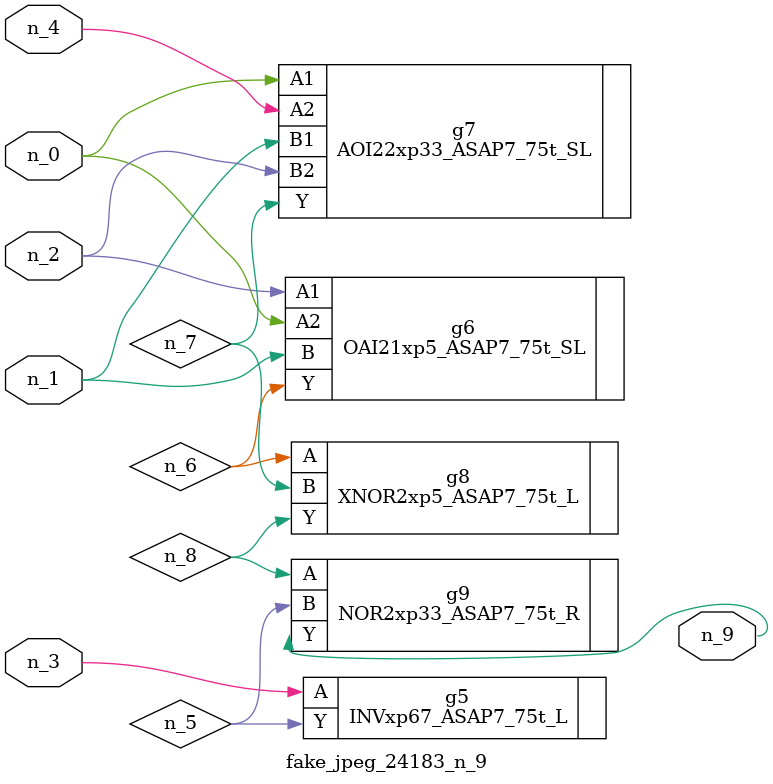
<source format=v>
module fake_jpeg_24183_n_9 (n_3, n_2, n_1, n_0, n_4, n_9);

input n_3;
input n_2;
input n_1;
input n_0;
input n_4;

output n_9;

wire n_8;
wire n_6;
wire n_5;
wire n_7;

INVxp67_ASAP7_75t_L g5 ( 
.A(n_3),
.Y(n_5)
);

OAI21xp5_ASAP7_75t_SL g6 ( 
.A1(n_2),
.A2(n_0),
.B(n_1),
.Y(n_6)
);

AOI22xp33_ASAP7_75t_SL g7 ( 
.A1(n_0),
.A2(n_4),
.B1(n_1),
.B2(n_2),
.Y(n_7)
);

XNOR2xp5_ASAP7_75t_L g8 ( 
.A(n_6),
.B(n_7),
.Y(n_8)
);

NOR2xp33_ASAP7_75t_R g9 ( 
.A(n_8),
.B(n_5),
.Y(n_9)
);


endmodule
</source>
